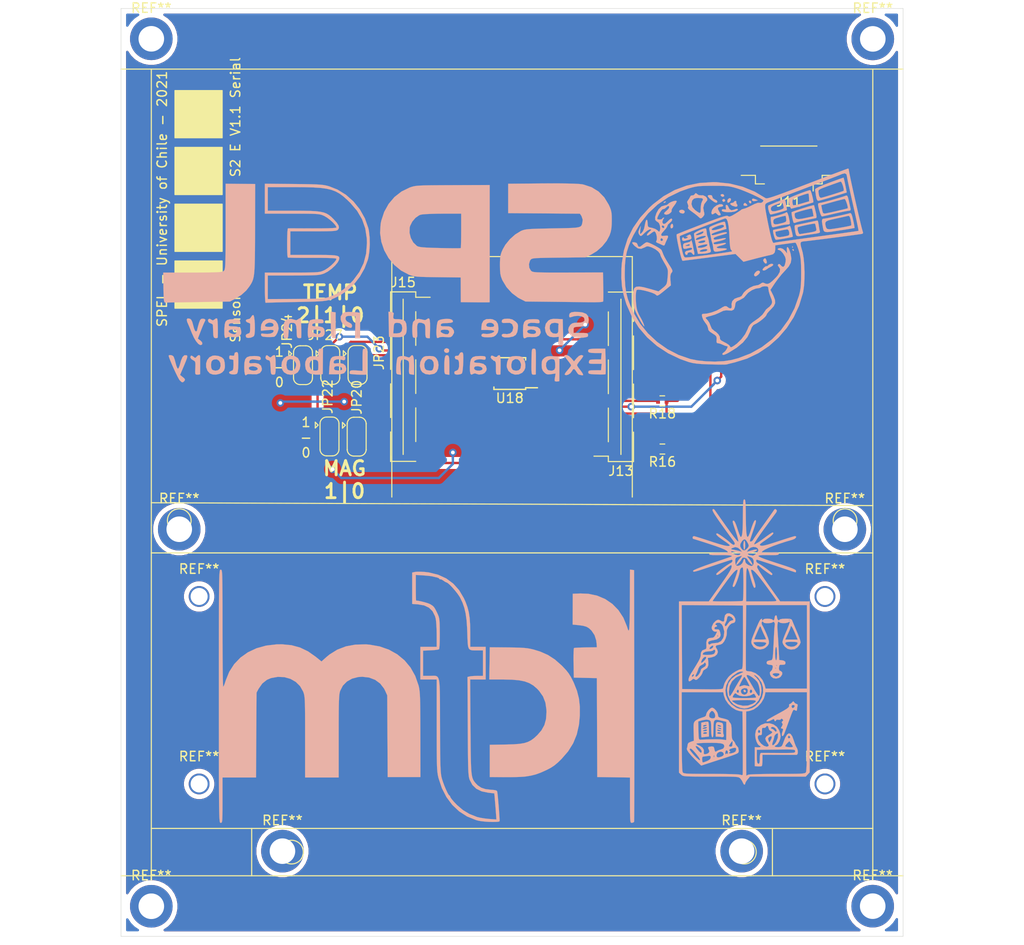
<source format=kicad_pcb>
(kicad_pcb (version 20171130) (host pcbnew "(5.1.2)-2")
  (layers (0 F.Cu signal) (31 B.Cu signal) (34 B.Paste user) (35 F.Paste user) (36 B.SilkS user) (37 F.SilkS user) (38 B.Mask user) (39 F.Mask user) (44 Edge.Cuts user))
  (net 0 "")
  (net 1 RPI_SCL)
  (net 2 RPI_SDA)
  (net 3 GND)
  (net 4 MAG_3V3)
  (net 5 "Net-(J13-Pad5)")
  (net 6 "Net-(J13-Pad6)")
  (net 7 MAG2_BIT0)
  (net 8 MAG2_BIT1)
  (net 9 "Net-(J15-Pad2)")
  (net 10 "Net-(J15-Pad4)")
  (net 11 "Net-(J15-Pad1)")
  (net 12 MAG2_A0)
  (net 13 MAG2_A2)
  (net 14 MAG2_A1)
  (net 15 "Net-(U18-Pad3)")
  (module L86:FCFM (layer B.Cu) (at 163.95 212.06 180)
    (fp_text reference G*** hide)
    (fp_text value LOGO hide)
  )
  (module Mounting_Holes:MountingHole_2.2mm_M2_DIN965 (layer F.Cu) (at 195.95 222.9)
    (fp_text reference REF** (at 0 -2.9) (layer F.SilkS))
    (fp_text value MountingHole_2.2mm_M2_DIN965)
    (pad "" np_thru_hole circle (at 0 0) (size 2.2 2.2) (drill 1.8) (layers *.Cu *.Mask))
  )
  (module Mounting_Holes:MountingHole_2.2mm_M2_DIN965 (layer F.Cu) (at 129.85 222.9)
    (fp_text reference REF** (at 0 -2.9) (layer F.SilkS))
    (fp_text value MountingHole_2.2mm_M2_DIN965)
    (pad "" np_thru_hole circle (at 0 0) (size 2.2 2.2) (drill 1.8) (layers *.Cu *.Mask))
  )
  (module Mounting_Holes:MountingHole_2.2mm_M2_DIN965 (layer F.Cu) (at 195.95 203.1)
    (fp_text reference REF** (at 0 -2.9) (layer F.SilkS))
    (fp_text value MountingHole_2.2mm_M2_DIN965)
    (pad "" np_thru_hole circle (at 0 0) (size 2.2 2.2) (drill 1.8) (layers *.Cu *.Mask))
  )
  (module Mounting_Holes:MountingHole_2.2mm_M2_DIN965 (layer F.Cu) (at 129.85 203.1)
    (fp_text reference REF** (at 0 -2.9) (layer F.SilkS))
    (fp_text value MountingHole_2.2mm_M2_DIN965)
    (pad "" np_thru_hole circle (at 0 0) (size 2.2 2.2) (drill 1.8) (layers *.Cu *.Mask))
  )
  (module L86:SPEL_logo (layer B.Cu) (at 163.02 169.2 180)
    (fp_text reference G*** hide)
    (fp_text value LOGO hide)
  )
  (module Mounting_Holes:MountingHole_2.7mm_M2.5_ISO14580_Pad (layer F.Cu) (at 187.15 230)
    (fp_text reference REF** (at 0 -3.25) (layer F.SilkS))
    (fp_text value MountingHole_2.7mm_M2.5_ISO14580_Pad)
    (pad 1 thru_hole circle (at 0 0) (size 4.5 4.5) (drill 2.7) (layers *.Cu *.Mask))
  )
  (module Mounting_Holes:MountingHole_2.7mm_M2.5_ISO14580_Pad (layer F.Cu) (at 138.65 230)
    (fp_text reference REF** (at 0 -3.25) (layer F.SilkS))
    (fp_text value MountingHole_2.7mm_M2.5_ISO14580_Pad)
    (pad 1 thru_hole circle (at 0 0) (size 4.5 4.5) (drill 2.7) (layers *.Cu *.Mask))
  )
  (module Mounting_Holes:MountingHole_2.7mm_M2.5_ISO14580_Pad (layer F.Cu) (at 198.05 196)
    (fp_text reference REF** (at 0 -3.25) (layer F.SilkS))
    (fp_text value MountingHole_2.7mm_M2.5_ISO14580_Pad)
    (pad 1 thru_hole circle (at 0 0) (size 4.5 4.5) (drill 2.7) (layers *.Cu *.Mask))
  )
  (module Mounting_Holes:MountingHole_2.7mm_M2.5_ISO14580_Pad (layer F.Cu) (at 127.75 196)
    (fp_text reference REF** (at 0 -3.25) (layer F.SilkS))
    (fp_text value MountingHole_2.7mm_M2.5_ISO14580_Pad)
    (pad 1 thru_hole circle (at 0 0) (size 4.5 4.5) (drill 2.7) (layers *.Cu *.Mask))
  )
  (module Mounting_Holes:MountingHole_2.7mm_M2.5_ISO14580_Pad (layer F.Cu) (at 200.99 235.81)
    (fp_text reference REF** (at 0 -3.25) (layer F.SilkS))
    (fp_text value MountingHole_2.7mm_M2.5_ISO14580_Pad)
    (pad 1 thru_hole circle (at 0 0) (size 4.5 4.5) (drill 2.7) (layers *.Cu *.Mask))
  )
  (module Mounting_Holes:MountingHole_2.7mm_M2.5_ISO14580_Pad (layer F.Cu) (at 124.8 235.82)
    (fp_text reference REF** (at 0 -3.25) (layer F.SilkS))
    (fp_text value MountingHole_2.7mm_M2.5_ISO14580_Pad)
    (pad 1 thru_hole circle (at 0 0) (size 4.5 4.5) (drill 2.7) (layers *.Cu *.Mask))
  )
  (module Mounting_Holes:MountingHole_2.7mm_M2.5_ISO14580_Pad (layer F.Cu) (at 201 144.21)
    (fp_text reference REF** (at 0 -3.25) (layer F.SilkS))
    (fp_text value MountingHole_2.7mm_M2.5_ISO14580_Pad)
    (pad 1 thru_hole circle (at 0 0) (size 4.5 4.5) (drill 2.7) (layers *.Cu *.Mask))
  )
  (module Mounting_Holes:MountingHole_2.7mm_M2.5_ISO14580_Pad (layer F.Cu) (at 124.8 144.2)
    (fp_text reference REF** (at 0 -3.25) (layer F.SilkS))
    (fp_text value MountingHole_2.7mm_M2.5_ISO14580_Pad)
    (pad 1 thru_hole circle (at 0 0) (size 4.5 4.5) (drill 2.7) (layers *.Cu *.Mask))
  )
  (module Connectors_Molex:Molex_PicoBlade_53398-0471_04x1.25mm_Straight (layer F.Cu) (at 192.13 158.15 180)
    (fp_text reference J11 (at 0 -3.25) (layer F.SilkS))
    (fp_text value Conn_01x04_Male)
    (pad 1 smd rect (at -1.875 -1.375 180) (size 0.8 1.5) (layers F.Cu F.Paste F.Mask) (net 3 GND))
    (pad 2 smd rect (at -0.625 -1.375 180) (size 0.8 1.5) (layers F.Cu F.Paste F.Mask) (net 2 RPI_SDA))
    (pad 3 smd rect (at 0.625 -1.375 180) (size 0.8 1.5) (layers F.Cu F.Paste F.Mask) (net 1 RPI_SCL))
    (pad 4 smd rect (at 1.875 -1.375 180) (size 0.8 1.5) (layers F.Cu F.Paste F.Mask) (net 4 MAG_3V3))
    (pad "" smd rect (at -4.375 1.375 180) (size 2.2 3.1) (layers F.Cu F.Paste F.Mask))
    (pad "" smd rect (at 4.375 1.375 180) (size 2.2 3.1) (layers F.Cu F.Paste F.Mask))
  )
  (module Pin_Headers:Pin_Header_Straight_1x07_Pitch2.54mm_SMD_Pin1Right (layer F.Cu) (at 174.4 179.9 180)
    (fp_text reference J13 (at 0 -9.95) (layer F.SilkS))
    (fp_text value Conn_01x07_Female)
    (pad 7 smd rect (at 1.655 7.62 180) (size 2.51 1) (layers F.Cu F.Paste F.Mask) (net 3 GND))
    (pad 5 smd rect (at 1.655 2.54 180) (size 2.51 1) (layers F.Cu F.Paste F.Mask) (net 5 "Net-(J13-Pad5)"))
    (pad 3 smd rect (at 1.655 -2.54 180) (size 2.51 1) (layers F.Cu F.Paste F.Mask) (net 2 RPI_SDA))
    (pad 1 smd rect (at 1.655 -7.62 180) (size 2.51 1) (layers F.Cu F.Paste F.Mask) (net 1 RPI_SCL))
    (pad 6 smd rect (at -1.655 5.08 180) (size 2.51 1) (layers F.Cu F.Paste F.Mask) (net 6 "Net-(J13-Pad6)"))
    (pad 4 smd rect (at -1.655 0 180) (size 2.51 1) (layers F.Cu F.Paste F.Mask) (net 7 MAG2_BIT0))
    (pad 2 smd rect (at -1.655 -5.08 180) (size 2.51 1) (layers F.Cu F.Paste F.Mask) (net 8 MAG2_BIT1))
  )
  (module Pin_Headers:Pin_Header_Straight_1x07_Pitch2.54mm_SMD_Pin1Right (layer F.Cu) (at 151.4 179.88)
    (fp_text reference J15 (at 0 -9.95) (layer F.SilkS))
    (fp_text value Conn_01x07_Female)
    (pad 2 smd rect (at -1.655 -5.08) (size 2.51 1) (layers F.Cu F.Paste F.Mask) (net 9 "Net-(J15-Pad2)"))
    (pad 4 smd rect (at -1.655 0) (size 2.51 1) (layers F.Cu F.Paste F.Mask) (net 10 "Net-(J15-Pad4)"))
    (pad 6 smd rect (at -1.655 5.08) (size 2.51 1) (layers F.Cu F.Paste F.Mask) (net 4 MAG_3V3))
    (pad 1 smd rect (at 1.655 -7.62) (size 2.51 1) (layers F.Cu F.Paste F.Mask) (net 11 "Net-(J15-Pad1)"))
    (pad 3 smd rect (at 1.655 -2.54) (size 2.51 1) (layers F.Cu F.Paste F.Mask) (net 4 MAG_3V3))
    (pad 5 smd rect (at 1.655 2.54) (size 2.51 1) (layers F.Cu F.Paste F.Mask) (net 4 MAG_3V3))
    (pad 7 smd rect (at 1.655 7.62) (size 2.51 1) (layers F.Cu F.Paste F.Mask) (net 3 GND))
  )
  (module Jumper:SolderJumper-3_P1.3mm_Open_RoundedPad1.0x1.5mm (layer F.Cu) (at 146.49 186.22 270)
    (fp_text reference JP20 (at -4.16 -0.01 90) (layer F.SilkS))
    (fp_text value Jumper_3_Open)
    (pad 1 smd custom (at -1.3 0 270) (size 1 0.5) (layers F.Cu F.Mask) (net 4 MAG_3V3) (options (clearance outline) (anchor rect)) (primitives (gr_circle (center 0 0.25) (end 0.5 0.25) (width 0)) (gr_circle (center 0 -0.25) (end 0.5 -0.25) (width 0)) (gr_poly (pts (xy 0.55 -0.75) (xy 0 -0.75) (xy 0 0.75) (xy 0.55 0.75)) (width 0))))
    (pad 3 smd custom (at 1.3 0 270) (size 1 0.5) (layers F.Cu F.Mask) (net 3 GND) (options (clearance outline) (anchor rect)) (primitives (gr_circle (center 0 0.25) (end 0.5 0.25) (width 0)) (gr_circle (center 0 -0.25) (end 0.5 -0.25) (width 0)) (gr_poly (pts (xy -0.55 -0.75) (xy 0 -0.75) (xy 0 0.75) (xy -0.55 0.75)) (width 0))))
    (pad 2 smd rect (at 0 0 270) (size 1 1.5) (layers F.Cu F.Mask) (net 7 MAG2_BIT0))
  )
  (module Jumper:SolderJumper-3_P1.3mm_Open_RoundedPad1.0x1.5mm (layer F.Cu) (at 143.62 186.2 270)
    (fp_text reference JP22 (at -4.21 0.19 90) (layer F.SilkS))
    (fp_text value Jumper_3_Open)
    (pad 2 smd rect (at 0 0 270) (size 1 1.5) (layers F.Cu F.Mask) (net 8 MAG2_BIT1))
    (pad 3 smd custom (at 1.3 0 270) (size 1 0.5) (layers F.Cu F.Mask) (net 3 GND) (options (clearance outline) (anchor rect)) (primitives (gr_circle (center 0 0.25) (end 0.5 0.25) (width 0)) (gr_circle (center 0 -0.25) (end 0.5 -0.25) (width 0)) (gr_poly (pts (xy -0.55 -0.75) (xy 0 -0.75) (xy 0 0.75) (xy -0.55 0.75)) (width 0))))
    (pad 1 smd custom (at -1.3 0 270) (size 1 0.5) (layers F.Cu F.Mask) (net 4 MAG_3V3) (options (clearance outline) (anchor rect)) (primitives (gr_circle (center 0 0.25) (end 0.5 0.25) (width 0)) (gr_circle (center 0 -0.25) (end 0.5 -0.25) (width 0)) (gr_poly (pts (xy 0.55 -0.75) (xy 0 -0.75) (xy 0 0.75) (xy 0.55 0.75)) (width 0))))
  )
  (module Resistors_SMD:R_0402 (layer F.Cu) (at 178.78 187.53 180)
    (fp_text reference R16 (at 0 -1.35) (layer F.SilkS))
    (fp_text value R)
    (pad 2 smd rect (at 0.45 0 180) (size 0.4 0.6) (layers F.Cu F.Paste F.Mask) (net 1 RPI_SCL))
    (pad 1 smd rect (at -0.45 0 180) (size 0.4 0.6) (layers F.Cu F.Paste F.Mask) (net 4 MAG_3V3))
  )
  (module Resistors_SMD:R_0402 (layer F.Cu) (at 178.77 182.44 180)
    (fp_text reference R18 (at 0 -1.35) (layer F.SilkS))
    (fp_text value R)
    (pad 1 smd rect (at -0.45 0 180) (size 0.4 0.6) (layers F.Cu F.Paste F.Mask) (net 4 MAG_3V3))
    (pad 2 smd rect (at 0.45 0 180) (size 0.4 0.6) (layers F.Cu F.Paste F.Mask) (net 2 RPI_SDA))
  )
  (module Jumper:SolderJumper-3_P1.3mm_Open_RoundedPad1.0x1.5mm (layer F.Cu) (at 146.58 178.65 270)
    (fp_text reference JP23 (at -1.29 -2.27 90) (layer F.SilkS))
    (fp_text value Jumper_3_Open)
    (pad 1 smd custom (at -1.3 0 270) (size 1 0.5) (layers F.Cu F.Mask) (net 4 MAG_3V3) (options (clearance outline) (anchor rect)) (primitives (gr_circle (center 0 0.25) (end 0.5 0.25) (width 0)) (gr_circle (center 0 -0.25) (end 0.5 -0.25) (width 0)) (gr_poly (pts (xy 0.55 -0.75) (xy 0 -0.75) (xy 0 0.75) (xy 0.55 0.75)) (width 0))))
    (pad 3 smd custom (at 1.3 0 270) (size 1 0.5) (layers F.Cu F.Mask) (net 3 GND) (options (clearance outline) (anchor rect)) (primitives (gr_circle (center 0 0.25) (end 0.5 0.25) (width 0)) (gr_circle (center 0 -0.25) (end 0.5 -0.25) (width 0)) (gr_poly (pts (xy -0.55 -0.75) (xy 0 -0.75) (xy 0 0.75) (xy -0.55 0.75)) (width 0))))
    (pad 2 smd rect (at 0 0 270) (size 1 1.5) (layers F.Cu F.Mask) (net 12 MAG2_A0))
  )
  (module Jumper:SolderJumper-3_P1.3mm_Open_RoundedPad1.0x1.5mm (layer F.Cu) (at 140.82 178.67 270)
    (fp_text reference JP24 (at -3.57 1.68 90) (layer F.SilkS))
    (fp_text value Jumper_3_Open)
    (pad 2 smd rect (at 0 0 270) (size 1 1.5) (layers F.Cu F.Mask) (net 13 MAG2_A2))
    (pad 3 smd custom (at 1.3 0 270) (size 1 0.5) (layers F.Cu F.Mask) (net 3 GND) (options (clearance outline) (anchor rect)) (primitives (gr_circle (center 0 0.25) (end 0.5 0.25) (width 0)) (gr_circle (center 0 -0.25) (end 0.5 -0.25) (width 0)) (gr_poly (pts (xy -0.55 -0.75) (xy 0 -0.75) (xy 0 0.75) (xy -0.55 0.75)) (width 0))))
    (pad 1 smd custom (at -1.3 0 270) (size 1 0.5) (layers F.Cu F.Mask) (net 4 MAG_3V3) (options (clearance outline) (anchor rect)) (primitives (gr_circle (center 0 0.25) (end 0.5 0.25) (width 0)) (gr_circle (center 0 -0.25) (end 0.5 -0.25) (width 0)) (gr_poly (pts (xy 0.55 -0.75) (xy 0 -0.75) (xy 0 0.75) (xy 0.55 0.75)) (width 0))))
  )
  (module Jumper:SolderJumper-3_P1.3mm_Open_RoundedPad1.0x1.5mm (layer F.Cu) (at 143.7 178.65 270)
    (fp_text reference JP27 (at -3.15 0.53 180) (layer F.SilkS))
    (fp_text value Jumper_3_Open)
    (pad 1 smd custom (at -1.3 0 270) (size 1 0.5) (layers F.Cu F.Mask) (net 4 MAG_3V3) (options (clearance outline) (anchor rect)) (primitives (gr_circle (center 0 0.25) (end 0.5 0.25) (width 0)) (gr_circle (center 0 -0.25) (end 0.5 -0.25) (width 0)) (gr_poly (pts (xy 0.55 -0.75) (xy 0 -0.75) (xy 0 0.75) (xy 0.55 0.75)) (width 0))))
    (pad 3 smd custom (at 1.3 0 270) (size 1 0.5) (layers F.Cu F.Mask) (net 3 GND) (options (clearance outline) (anchor rect)) (primitives (gr_circle (center 0 0.25) (end 0.5 0.25) (width 0)) (gr_circle (center 0 -0.25) (end 0.5 -0.25) (width 0)) (gr_poly (pts (xy -0.55 -0.75) (xy 0 -0.75) (xy 0 0.75) (xy -0.55 0.75)) (width 0))))
    (pad 2 smd rect (at 0 0 270) (size 1 1.5) (layers F.Cu F.Mask) (net 14 MAG2_A1))
  )
  (module Housings_SSOP:MSOP-8_3x3mm_Pitch0.65mm (layer F.Cu) (at 162.66 179.555 180)
    (fp_text reference U18 (at 0 -2.6) (layer F.SilkS))
    (fp_text value MCP9804_MSOP)
    (pad 1 smd rect (at -2.2 -0.975 180) (size 1.45 0.45) (layers F.Cu F.Paste F.Mask) (net 2 RPI_SDA))
    (pad 2 smd rect (at -2.2 -0.325 180) (size 1.45 0.45) (layers F.Cu F.Paste F.Mask) (net 1 RPI_SCL))
    (pad 3 smd rect (at -2.2 0.325 180) (size 1.45 0.45) (layers F.Cu F.Paste F.Mask) (net 15 "Net-(U18-Pad3)"))
    (pad 4 smd rect (at -2.2 0.975 180) (size 1.45 0.45) (layers F.Cu F.Paste F.Mask) (net 3 GND))
    (pad 5 smd rect (at 2.2 0.975 180) (size 1.45 0.45) (layers F.Cu F.Paste F.Mask) (net 13 MAG2_A2))
    (pad 6 smd rect (at 2.2 0.325 180) (size 1.45 0.45) (layers F.Cu F.Paste F.Mask) (net 14 MAG2_A1))
    (pad 7 smd rect (at 2.2 -0.325 180) (size 1.45 0.45) (layers F.Cu F.Paste F.Mask) (net 12 MAG2_A0))
    (pad 8 smd rect (at 2.2 -0.975 180) (size 1.45 0.45) (layers F.Cu F.Paste F.Mask) (net 4 MAG_3V3))
  )
  (gr_text "1\n-\n0" (at 141.14 186.31) (layer F.SilkS) (effects (font (size 1 1))))
  (gr_text "1\n-\n0" (at 138.32 178.87) (layer F.SilkS) (effects (font (size 1 1))))
  (gr_text "TEMP\n2|1|0" (at 143.7 172.21) (layer F.SilkS) (effects (font (size 1.5 1.5) (thickness 0.3))))
  (gr_text "MAG\n1|0" (at 145.21 190.78) (layer F.SilkS) (effects (font (size 1.5 1.5) (thickness 0.3))))
  (gr_poly (pts (xy 127.29 161.66) (xy 132.29 161.66) (xy 132.29 166.66) (xy 127.29 166.66)) (layer F.SilkS) (width 0.1))
  (gr_poly (pts (xy 127.29 155.66) (xy 132.29 155.66) (xy 132.29 160.66) (xy 127.29 160.66)) (layer F.SilkS) (width 0.1))
  (gr_poly (pts (xy 127.29 167.66) (xy 132.29 167.66) (xy 132.29 172.66) (xy 127.29 172.66)) (layer F.SilkS) (width 0.1))
  (gr_poly (pts (xy 127.29 149.66) (xy 132.29 149.66) (xy 132.29 154.66) (xy 127.29 154.66)) (layer F.SilkS) (width 0.1))
  (gr_text "SPEL - University of Chile - 2021" (at 125.94 161.11 90) (layer F.SilkS) (effects (font (size 1 1))))
  (gr_text "Sensor Board Panel A S2 E V1.1 Serial" (at 133.69 161.21 90) (layer F.SilkS) (effects (font (size 1 1))))
  (gr_line (start 190.4 227.6) (end 190.4 232.6) (layer F.SilkS) (width 0.12))
  (gr_line (start 135.4 227.6) (end 135.4 232.6) (layer F.SilkS) (width 0.12))
  (gr_circle (center 139.61 230.1) (end 140.86 230.1) (layer F.SilkS) (width 0.12))
  (gr_circle (center 187.44 230.1) (end 188.69 230.1) (layer F.SilkS) (width 0.12))
  (gr_line (start 151.4 188.099978) (end 151.4 171.7) (layer F.SilkS) (width 0.12))
  (gr_line (start 174.4 188.1) (end 174.4 171.7) (layer F.SilkS) (width 0.12))
  (gr_line (start 175.6 167.2) (end 150.2 167.2) (layer F.SilkS) (width 0.12))
  (gr_line (start 150.2 192.6) (end 150.2 167.2) (layer F.SilkS) (width 0.12))
  (gr_line (start 175.6 192.6) (end 175.6 167.2) (layer F.SilkS) (width 0.12))
  (gr_circle (center 127.75 195.09) (end 129 195.09) (layer F.SilkS) (width 0.12))
  (gr_circle (center 198.07 195.089967) (end 196.82 195.08) (layer F.SilkS) (width 0.12))
  (gr_line (start 201 198.5) (end 124.8 198.5) (layer F.SilkS) (width 0.12))
  (gr_line (start 201 227.6) (end 124.8 227.6) (layer F.SilkS) (width 0.12))
  (gr_line (start 201 193.5) (end 124.8 193.2) (layer F.SilkS) (width 0.12))
  (gr_circle (center 201 235.8) (end 202.25 235.8) (layer F.SilkS) (width 0.12))
  (gr_circle (center 124.8 235.8) (end 126.05 235.8) (layer F.SilkS) (width 0.12))
  (gr_line (start 204.2 239) (end 121.6 239) (layer Edge.Cuts) (width 0.05))
  (gr_circle (center 124.8 144.2) (end 126.05 144.2) (layer F.SilkS) (width 0.12))
  (gr_circle (center 201 144.2) (end 202.25 144.2) (layer F.SilkS) (width 0.12))
  (gr_line (start 204.2 141) (end 204.2 239) (layer Edge.Cuts) (width 0.05))
  (gr_line (start 121.6 239) (end 121.6 141) (layer Edge.Cuts) (width 0.05))
  (gr_line (start 121.6 141) (end 204.2 141) (layer Edge.Cuts) (width 0.05))
  (gr_line (start 201 147.4) (end 201 232.6) (layer F.SilkS) (width 0.12))
  (gr_line (start 124.8 232.6) (end 124.8 147.4) (layer F.SilkS) (width 0.12))
  (gr_line (start 121.6 232.6) (end 204.2 232.6) (layer F.SilkS) (width 0.12))
  (gr_line (start 204.2 147.4) (end 121.6 147.4) (layer F.SilkS) (width 0.12))
  (segment (start 178.32 187.52) (end 178.33 187.53) (width 0.25) (layer F.Cu) (net 1))
  (segment (start 172.745 187.52) (end 178.32 187.52) (width 0.25) (layer F.Cu) (net 1))
  (segment (start 174.42 186.31) (end 173.21 187.52) (width 0.25) (layer F.Cu) (net 1))
  (segment (start 177.85 186.31) (end 174.42 186.31) (width 0.25) (layer F.Cu) (net 1))
  (segment (start 178.34 185.82) (end 177.85 186.31) (width 0.25) (layer F.Cu) (net 1))
  (segment (start 178.34 184.29) (end 178.34 185.82) (width 0.25) (layer F.Cu) (net 1))
  (segment (start 165.92 181.44) (end 168.285001 179.074999) (width 0.25) (layer F.Cu) (net 1))
  (segment (start 163.77 181.44) (end 165.92 181.44) (width 0.25) (layer F.Cu) (net 1))
  (segment (start 163.34 180.36) (end 163.34 181.01) (width 0.25) (layer F.Cu) (net 1))
  (segment (start 178.17 179.39) (end 178.17 180.52) (width 0.25) (layer F.Cu) (net 1))
  (segment (start 164.86 179.88) (end 163.82 179.88) (width 0.25) (layer F.Cu) (net 1))
  (segment (start 168.285001 179.074999) (end 177.854999 179.074999) (width 0.25) (layer F.Cu) (net 1))
  (segment (start 163.82 179.88) (end 163.34 180.36) (width 0.25) (layer F.Cu) (net 1))
  (segment (start 178.17 180.52) (end 177.75001 180.93999) (width 0.25) (layer F.Cu) (net 1))
  (segment (start 177.854999 179.074999) (end 178.17 179.39) (width 0.25) (layer F.Cu) (net 1))
  (segment (start 177.75001 180.93999) (end 171.21001 180.93999) (width 0.25) (layer F.Cu) (net 1))
  (segment (start 171.21001 180.93999) (end 170.4 181.75) (width 0.25) (layer F.Cu) (net 1))
  (segment (start 171.24 183.78) (end 177.83 183.78) (width 0.25) (layer F.Cu) (net 1))
  (segment (start 173.21 187.52) (end 172.745 187.52) (width 0.25) (layer F.Cu) (net 1))
  (segment (start 170.4 181.75) (end 170.4 182.94) (width 0.25) (layer F.Cu) (net 1))
  (segment (start 170.4 182.94) (end 171.24 183.78) (width 0.25) (layer F.Cu) (net 1))
  (segment (start 163.34 181.01) (end 163.77 181.44) (width 0.25) (layer F.Cu) (net 1))
  (segment (start 177.83 183.78) (end 178.34 184.29) (width 0.25) (layer F.Cu) (net 1))
  (segment (start 191.505 160.745) (end 191.505 159.525) (width 0.25) (layer F.Cu) (net 1))
  (segment (start 172.745 188.785) (end 173.81 189.85) (width 0.25) (layer F.Cu) (net 1))
  (segment (start 172.745 187.52) (end 172.745 188.785) (width 0.25) (layer F.Cu) (net 1))
  (segment (start 173.81 189.85) (end 179.53 189.85) (width 0.25) (layer F.Cu) (net 1))
  (segment (start 179.53 189.85) (end 183.85 185.53) (width 0.25) (layer F.Cu) (net 1))
  (segment (start 183.85 185.53) (end 183.85 168.4) (width 0.25) (layer F.Cu) (net 1))
  (segment (start 183.85 168.4) (end 191.505 160.745) (width 0.25) (layer F.Cu) (net 1))
  (segment (start 165.835 180.53) (end 164.86 180.53) (width 0.25) (layer F.Cu) (net 2))
  (segment (start 167.985 178.38) (end 165.835 180.53) (width 0.25) (layer F.Cu) (net 2))
  (segment (start 173.135 182.05) (end 177.276411 182.05) (width 0.25) (layer F.Cu) (net 2))
  (segment (start 172.745 182.44) (end 173.135 182.05) (width 0.25) (layer F.Cu) (net 2))
  (segment (start 177.276411 182.05) (end 178.66 180.666411) (width 0.25) (layer F.Cu) (net 2))
  (segment (start 178.66 180.666411) (end 178.66 179.14) (width 0.25) (layer F.Cu) (net 2))
  (segment (start 178.66 179.14) (end 177.9 178.38) (width 0.25) (layer F.Cu) (net 2))
  (segment (start 177.9 178.38) (end 167.985 178.38) (width 0.25) (layer F.Cu) (net 2))
  (segment (start 172.745 182.44) (end 178.32 182.44) (width 0.25) (layer F.Cu) (net 2))
  (segment (start 192.755 160.525) (end 192.76 160.53) (width 0.25) (layer F.Cu) (net 2))
  (segment (start 192.755 159.525) (end 192.755 160.525) (width 0.25) (layer F.Cu) (net 2))
  (segment (start 192.76 160.53) (end 192.76 160.98) (width 0.25) (layer F.Cu) (net 2))
  (segment (start 192.76 160.98) (end 184.99 168.75) (width 0.25) (layer F.Cu) (net 2))
  (via (at 184.575 180.29) (size 0.8) (drill 0.4) (layers F.Cu B.Cu) (net 2))
  (segment (start 184.99 168.75) (end 184.99 179.875) (width 0.25) (layer F.Cu) (net 2))
  (segment (start 184.99 179.875) (end 184.575 180.29) (width 0.25) (layer F.Cu) (net 2))
  (segment (start 184.175001 180.689999) (end 184.175001 180.714999) (width 0.25) (layer B.Cu) (net 2))
  (segment (start 184.575 180.29) (end 184.175001 180.689999) (width 0.25) (layer B.Cu) (net 2))
  (via (at 175.49 183.055) (size 0.8) (drill 0.4) (layers F.Cu B.Cu) (net 2))
  (segment (start 184.175001 180.714999) (end 181.835 183.055) (width 0.25) (layer B.Cu) (net 2))
  (segment (start 181.835 183.055) (end 175.49 183.055) (width 0.25) (layer B.Cu) (net 2))
  (segment (start 173.36 183.055) (end 172.745 182.44) (width 0.25) (layer F.Cu) (net 2))
  (segment (start 175.49 183.055) (end 173.36 183.055) (width 0.25) (layer F.Cu) (net 2))
  (via (at 145.17 182.52) (size 0.8) (drill 0.4) (layers F.Cu B.Cu) (net 3))
  (via (at 138.43 182.66) (size 0.8) (drill 0.4) (layers F.Cu B.Cu) (net 3))
  (segment (start 143.7 181.05) (end 145.17 182.52) (width 0.25) (layer F.Cu) (net 3))
  (segment (start 143.7 179.95) (end 143.7 181.05) (width 0.25) (layer F.Cu) (net 3))
  (segment (start 138.57 182.52) (end 138.43 182.66) (width 0.25) (layer B.Cu) (net 3))
  (segment (start 145.17 182.52) (end 138.57 182.52) (width 0.25) (layer B.Cu) (net 3))
  (via (at 156.65 187.89) (size 0.8) (drill 0.4) (layers F.Cu B.Cu) (net 3))
  (segment (start 153.055 187.5) (end 156.26 187.5) (width 0.25) (layer F.Cu) (net 3))
  (segment (start 156.26 187.5) (end 156.65 187.89) (width 0.25) (layer F.Cu) (net 3))
  (segment (start 156.65 187.89) (end 156.65 188.455685) (width 0.25) (layer B.Cu) (net 3))
  (segment (start 156.65 188.455685) (end 156.65 189.1) (width 0.25) (layer B.Cu) (net 3))
  (segment (start 156.65 189.1) (end 155.16 190.59) (width 0.25) (layer B.Cu) (net 3))
  (via (at 143.95 189.67) (size 0.8) (drill 0.4) (layers F.Cu B.Cu) (net 3))
  (segment (start 155.16 190.59) (end 144.87 190.59) (width 0.25) (layer B.Cu) (net 3))
  (segment (start 144.87 190.59) (end 143.95 189.67) (width 0.25) (layer B.Cu) (net 3))
  (segment (start 143.95 187.83) (end 143.62 187.5) (width 0.25) (layer F.Cu) (net 3))
  (segment (start 143.95 189.67) (end 143.95 187.83) (width 0.25) (layer F.Cu) (net 3))
  (via (at 167.92 177.1) (size 0.8) (drill 0.4) (layers F.Cu B.Cu) (net 3))
  (segment (start 164.86 178.58) (end 166.44 178.58) (width 0.25) (layer F.Cu) (net 3))
  (segment (start 166.44 178.58) (end 167.92 177.1) (width 0.25) (layer F.Cu) (net 3))
  (segment (start 167.92 177.1) (end 168.319999 176.700001) (width 0.25) (layer B.Cu) (net 3))
  (via (at 170.63 174.39) (size 0.8) (drill 0.4) (layers F.Cu B.Cu) (net 3))
  (segment (start 168.319999 176.700001) (end 170.63 174.39) (width 0.25) (layer B.Cu) (net 3))
  (segment (start 172.74 172.28) (end 172.745 172.28) (width 0.25) (layer F.Cu) (net 3))
  (segment (start 170.63 174.39) (end 172.74 172.28) (width 0.25) (layer F.Cu) (net 3))
  (segment (start 143.68 177.37) (end 143.7 177.35) (width 0.25) (layer F.Cu) (net 4))
  (segment (start 140.82 177.37) (end 143.68 177.37) (width 0.25) (layer F.Cu) (net 4))
  (segment (start 146.47 184.9) (end 146.49 184.92) (width 0.25) (layer F.Cu) (net 4))
  (segment (start 143.62 184.9) (end 146.47 184.9) (width 0.25) (layer F.Cu) (net 4))
  (segment (start 149.705 184.92) (end 149.745 184.96) (width 0.25) (layer F.Cu) (net 4))
  (segment (start 146.49 184.92) (end 149.705 184.92) (width 0.25) (layer F.Cu) (net 4))
  (segment (start 153.055 182.42) (end 156.66 182.42) (width 0.25) (layer F.Cu) (net 4))
  (segment (start 158.55 180.53) (end 160.46 180.53) (width 0.25) (layer F.Cu) (net 4))
  (segment (start 156.66 182.42) (end 158.55 180.53) (width 0.25) (layer F.Cu) (net 4))
  (segment (start 151.25 184.96) (end 149.745 184.96) (width 0.25) (layer F.Cu) (net 4))
  (segment (start 151.265 184.96) (end 151.25 184.96) (width 0.25) (layer F.Cu) (net 4))
  (segment (start 153.055 183.17) (end 151.265 184.96) (width 0.25) (layer F.Cu) (net 4))
  (segment (start 153.055 182.42) (end 153.055 183.17) (width 0.25) (layer F.Cu) (net 4))
  (segment (start 143.164998 177.35) (end 142.36 178.154998) (width 0.25) (layer F.Cu) (net 4))
  (segment (start 143.7 177.35) (end 143.164998 177.35) (width 0.25) (layer F.Cu) (net 4))
  (segment (start 142.36 183.64) (end 143.62 184.9) (width 0.25) (layer F.Cu) (net 4))
  (segment (start 142.36 178.154998) (end 142.36 183.64) (width 0.25) (layer F.Cu) (net 4))
  (via (at 144.65 175.67) (size 0.8) (drill 0.4) (layers F.Cu B.Cu) (net 4))
  (segment (start 143.7 177.35) (end 143.7 176.62) (width 0.25) (layer F.Cu) (net 4))
  (segment (start 143.7 176.62) (end 144.65 175.67) (width 0.25) (layer F.Cu) (net 4))
  (via (at 148.88 176.935) (size 0.8) (drill 0.4) (layers F.Cu B.Cu) (net 4))
  (segment (start 148.88 176.92) (end 148.88 176.935) (width 0.25) (layer B.Cu) (net 4))
  (segment (start 147.62 175.66) (end 148.88 176.92) (width 0.25) (layer B.Cu) (net 4))
  (segment (start 144.65 175.67) (end 144.66 175.66) (width 0.25) (layer B.Cu) (net 4))
  (segment (start 144.66 175.66) (end 147.62 175.66) (width 0.25) (layer B.Cu) (net 4))
  (segment (start 152.835 177.12) (end 153.055 177.34) (width 0.25) (layer F.Cu) (net 4))
  (segment (start 148.88 176.935) (end 149.065 177.12) (width 0.25) (layer F.Cu) (net 4))
  (segment (start 149.065 177.12) (end 152.835 177.12) (width 0.25) (layer F.Cu) (net 4))
  (segment (start 152.775 177.62) (end 153.055 177.34) (width 0.25) (layer F.Cu) (net 4))
  (segment (start 146.58 177.35) (end 146.85 177.62) (width 0.25) (layer F.Cu) (net 4))
  (segment (start 146.85 177.62) (end 152.775 177.62) (width 0.25) (layer F.Cu) (net 4))
  (segment (start 179.22 187.52) (end 179.23 187.53) (width 0.25) (layer F.Cu) (net 4))
  (segment (start 179.22 182.44) (end 179.22 187.52) (width 0.25) (layer F.Cu) (net 4))
  (segment (start 179.22 181.89) (end 179.22 182.44) (width 0.25) (layer F.Cu) (net 4))
  (segment (start 179.22 178.58) (end 179.22 181.89) (width 0.25) (layer F.Cu) (net 4))
  (segment (start 161.435 180.53) (end 161.9 180.065) (width 0.25) (layer F.Cu) (net 4))
  (segment (start 161.9 180.065) (end 161.9 178.21) (width 0.25) (layer F.Cu) (net 4))
  (segment (start 161.9 178.21) (end 164.17 175.94) (width 0.25) (layer F.Cu) (net 4))
  (segment (start 164.17 175.94) (end 176.58 175.94) (width 0.25) (layer F.Cu) (net 4))
  (segment (start 160.46 180.53) (end 161.435 180.53) (width 0.25) (layer F.Cu) (net 4))
  (segment (start 176.58 175.94) (end 179.22 178.58) (width 0.25) (layer F.Cu) (net 4))
  (segment (start 180.37 182.44) (end 179.22 182.44) (width 0.25) (layer F.Cu) (net 4))
  (segment (start 182.52 180.29) (end 180.37 182.44) (width 0.25) (layer F.Cu) (net 4))
  (segment (start 182.52 168.26) (end 182.52 180.29) (width 0.25) (layer F.Cu) (net 4))
  (segment (start 190.255 159.525) (end 190.255 160.525) (width 0.25) (layer F.Cu) (net 4))
  (segment (start 190.255 160.525) (end 182.52 168.26) (width 0.25) (layer F.Cu) (net 4))
  (segment (start 168.56 179.9) (end 176.055 179.9) (width 0.25) (layer F.Cu) (net 7))
  (segment (start 146.49 186.22) (end 162.24 186.22) (width 0.25) (layer F.Cu) (net 7))
  (segment (start 162.24 186.22) (end 168.56 179.9) (width 0.25) (layer F.Cu) (net 7))
  (segment (start 144.62 186.2) (end 143.62 186.2) (width 0.25) (layer F.Cu) (net 8))
  (segment (start 165.95 184.98) (end 161.93 189) (width 0.25) (layer F.Cu) (net 8))
  (segment (start 176.055 184.98) (end 165.95 184.98) (width 0.25) (layer F.Cu) (net 8))
  (segment (start 161.93 189) (end 146.15 189) (width 0.25) (layer F.Cu) (net 8))
  (segment (start 146.15 189) (end 145.02 187.87) (width 0.25) (layer F.Cu) (net 8))
  (segment (start 145.02 187.87) (end 145.02 186.6) (width 0.25) (layer F.Cu) (net 8))
  (segment (start 145.02 186.6) (end 144.62 186.2) (width 0.25) (layer F.Cu) (net 8))
  (segment (start 159.485 179.88) (end 160.46 179.88) (width 0.25) (layer F.Cu) (net 12))
  (segment (start 152.08359 179.88) (end 159.485 179.88) (width 0.25) (layer F.Cu) (net 12))
  (segment (start 150.85359 178.65) (end 152.08359 179.88) (width 0.25) (layer F.Cu) (net 12))
  (segment (start 146.58 178.65) (end 150.85359 178.65) (width 0.25) (layer F.Cu) (net 12))
  (segment (start 159.485 178.58) (end 160.46 178.58) (width 0.25) (layer F.Cu) (net 13))
  (segment (start 140.360364 178.67) (end 139.56 177.869636) (width 0.25) (layer F.Cu) (net 13))
  (segment (start 140.82 178.67) (end 140.360364 178.67) (width 0.25) (layer F.Cu) (net 13))
  (segment (start 139.56 177.869636) (end 139.56 176.53) (width 0.25) (layer F.Cu) (net 13))
  (segment (start 139.56 176.53) (end 142.5 173.59) (width 0.25) (layer F.Cu) (net 13))
  (segment (start 142.5 173.59) (end 154.495 173.59) (width 0.25) (layer F.Cu) (net 13))
  (segment (start 154.495 173.59) (end 159.485 178.58) (width 0.25) (layer F.Cu) (net 13))
  (segment (start 159.485 179.23) (end 160.46 179.23) (width 0.25) (layer F.Cu) (net 14))
  (segment (start 157.54 179.23) (end 159.485 179.23) (width 0.25) (layer F.Cu) (net 14))
  (segment (start 144.3 178.65) (end 145.01 177.94) (width 0.25) (layer F.Cu) (net 14))
  (segment (start 143.7 178.65) (end 144.3 178.65) (width 0.25) (layer F.Cu) (net 14))
  (segment (start 145.01 177.94) (end 145.01 177.06) (width 0.25) (layer F.Cu) (net 14))
  (segment (start 145.01 177.06) (end 145.86 176.21) (width 0.25) (layer F.Cu) (net 14))
  (segment (start 145.86 176.21) (end 154.52 176.21) (width 0.25) (layer F.Cu) (net 14))
  (segment (start 154.52 176.21) (end 157.54 179.23) (width 0.25) (layer F.Cu) (net 14))
  (zone (net 3) (net_name GND) (layer F.Cu) (connect_pads (clearance 0.508)) (min_thickness 0.254) (fill yes (arc_segments 32) (thermal_gap 0.508) (thermal_bridge_width 0.508))
    (polygon (pts (xy 121.57 239.03) (xy 204.23 239.03) (xy 204.23 140.97) (xy 121.57 140.97)))
  )
  (zone (net 0) (net_name "") (layer B.Cu) (connect_pads (clearance 0.508)) (min_thickness 0.254) (fill yes (arc_segments 32) (thermal_gap 0.508) (thermal_bridge_width 0.508))
    (polygon (pts (xy 121.57 140.97) (xy 204.23 140.97) (xy 204.23 239.03) (xy 121.57 239.03)))
  )
)
</source>
